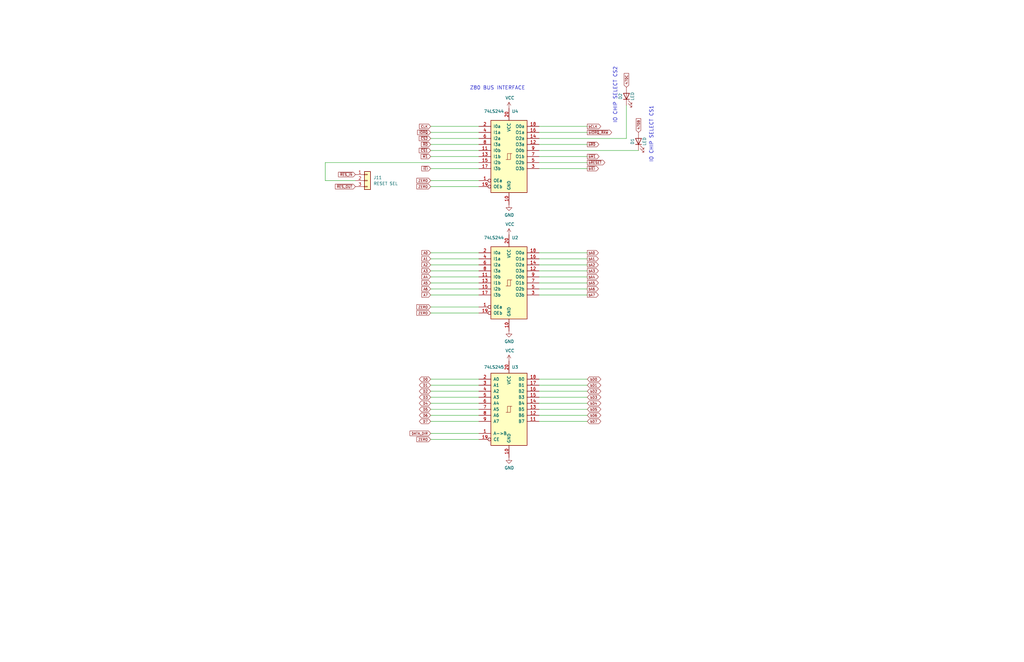
<source format=kicad_sch>
(kicad_sch (version 20211123) (generator eeschema)
  (paper "B")
  (lib_symbols
    (symbol "74xx:74LS244" (pin_names (offset 1.016))
      (property "Reference" "U" (at -7.62 16.51 0))
      (property "Value" "74LS244" (at -7.62 -16.51 0))
      (symbol "74LS244_1_0"
        (polyline (pts (xy -0.635 -1.27) (xy -0.635 1.27) (xy 0.635 1.27)))
        (polyline (pts (xy -1.27 -1.27) (xy 0.635 -1.27) (xy 0.635 1.27) (xy 1.27 1.27)))
        (pin input inverted (at -12.7 -10.16 0) (length 5.08) (name "OEa") (number "1"))
        (pin power_in line (at 0 -20.32 90) (length 5.08) (name "GND") (number "10"))
        (pin input line (at -12.7 2.54 0) (length 5.08) (name "I0b") (number "11"))
        (pin tri_state line (at 12.7 5.08 180) (length 5.08) (name "O3a") (number "12"))
        (pin input line (at -12.7 0 0) (length 5.08) (name "I1b") (number "13"))
        (pin tri_state line (at 12.7 7.62 180) (length 5.08) (name "O2a") (number "14"))
        (pin input line (at -12.7 -2.54 0) (length 5.08) (name "I2b") (number "15"))
        (pin tri_state line (at 12.7 10.16 180) (length 5.08) (name "O1a") (number "16"))
        (pin input line (at -12.7 -5.08 0) (length 5.08) (name "I3b") (number "17"))
        (pin tri_state line (at 12.7 12.7 180) (length 5.08) (name "O0a") (number "18"))
        (pin input inverted (at -12.7 -12.7 0) (length 5.08) (name "OEb") (number "19"))
        (pin input line (at -12.7 12.7 0) (length 5.08) (name "I0a") (number "2"))
        (pin power_in line (at 0 20.32 270) (length 5.08) (name "VCC") (number "20"))
        (pin tri_state line (at 12.7 -5.08 180) (length 5.08) (name "O3b") (number "3"))
        (pin input line (at -12.7 10.16 0) (length 5.08) (name "I1a") (number "4"))
        (pin tri_state line (at 12.7 -2.54 180) (length 5.08) (name "O2b") (number "5"))
        (pin input line (at -12.7 7.62 0) (length 5.08) (name "I2a") (number "6"))
        (pin tri_state line (at 12.7 0 180) (length 5.08) (name "O1b") (number "7"))
        (pin input line (at -12.7 5.08 0) (length 5.08) (name "I3a") (number "8"))
        (pin tri_state line (at 12.7 2.54 180) (length 5.08) (name "O0b") (number "9"))
      )
      (symbol "74LS244_1_1"
        (rectangle (start -7.62 15.24) (end 7.62 -15.24) (stroke (width 0.254)) (fill (type background)))
      )
    )
    (symbol "74xx:74LS245" (pin_names (offset 1.016))
      (property "Reference" "U" (at -7.62 16.51 0))
      (property "Value" "74LS245" (at -7.62 -16.51 0))
      (symbol "74LS245_1_0"
        (polyline (pts (xy -0.635 -1.27) (xy -0.635 1.27) (xy 0.635 1.27)))
        (polyline (pts (xy -1.27 -1.27) (xy 0.635 -1.27) (xy 0.635 1.27) (xy 1.27 1.27)))
        (pin input line (at -12.7 -10.16 0) (length 5.08) (name "A->B") (number "1"))
        (pin power_in line (at 0 -20.32 90) (length 5.08) (name "GND") (number "10"))
        (pin tri_state line (at 12.7 -5.08 180) (length 5.08) (name "B7") (number "11"))
        (pin tri_state line (at 12.7 -2.54 180) (length 5.08) (name "B6") (number "12"))
        (pin tri_state line (at 12.7 0 180) (length 5.08) (name "B5") (number "13"))
        (pin tri_state line (at 12.7 2.54 180) (length 5.08) (name "B4") (number "14"))
        (pin tri_state line (at 12.7 5.08 180) (length 5.08) (name "B3") (number "15"))
        (pin tri_state line (at 12.7 7.62 180) (length 5.08) (name "B2") (number "16"))
        (pin tri_state line (at 12.7 10.16 180) (length 5.08) (name "B1") (number "17"))
        (pin tri_state line (at 12.7 12.7 180) (length 5.08) (name "B0") (number "18"))
        (pin input inverted (at -12.7 -12.7 0) (length 5.08) (name "CE") (number "19"))
        (pin tri_state line (at -12.7 12.7 0) (length 5.08) (name "A0") (number "2"))
        (pin power_in line (at 0 20.32 270) (length 5.08) (name "VCC") (number "20"))
        (pin tri_state line (at -12.7 10.16 0) (length 5.08) (name "A1") (number "3"))
        (pin tri_state line (at -12.7 7.62 0) (length 5.08) (name "A2") (number "4"))
        (pin tri_state line (at -12.7 5.08 0) (length 5.08) (name "A3") (number "5"))
        (pin tri_state line (at -12.7 2.54 0) (length 5.08) (name "A4") (number "6"))
        (pin tri_state line (at -12.7 0 0) (length 5.08) (name "A5") (number "7"))
        (pin tri_state line (at -12.7 -2.54 0) (length 5.08) (name "A6") (number "8"))
        (pin tri_state line (at -12.7 -5.08 0) (length 5.08) (name "A7") (number "9"))
      )
      (symbol "74LS245_1_1"
        (rectangle (start -7.62 15.24) (end 7.62 -15.24) (stroke (width 0.254)) (fill (type background)))
      )
    )
    (symbol "Connector_Generic:Conn_01x03" (pin_names (offset 1.016) hide)
      (property "Reference" "J" (at 0 5.08 0))
      (property "Value" "Conn_01x03" (at 0 -5.08 0))
      (symbol "Conn_01x03_1_1"
        (rectangle (start -1.27 -2.413) (end 0 -2.667) (stroke (width 0.1524)))
        (rectangle (start -1.27 0.127) (end 0 -0.127) (stroke (width 0.1524)))
        (rectangle (start -1.27 2.667) (end 0 2.413) (stroke (width 0.1524)))
        (rectangle (start -1.27 3.81) (end 1.27 -3.81) (stroke (width 0.254)) (fill (type background)))
        (pin passive line (at -5.08 2.54 0) (length 3.81) (name "Pin_1") (number "1"))
        (pin passive line (at -5.08 0 0) (length 3.81) (name "Pin_2") (number "2"))
        (pin passive line (at -5.08 -2.54 0) (length 3.81) (name "Pin_3") (number "3"))
      )
    )
    (symbol "Device:LED" (pin_numbers hide) (pin_names (offset 1.016) hide)
      (property "Reference" "D" (at 0 2.54 0))
      (property "Value" "LED" (at 0 -2.54 0))
      (symbol "LED_0_1"
        (polyline (pts (xy -1.27 -1.27) (xy -1.27 1.27)) (stroke (width 0.254)))
        (polyline (pts (xy -1.27 0) (xy 1.27 0)))
        (polyline (pts (xy 1.27 -1.27) (xy 1.27 1.27) (xy -1.27 0) (xy 1.27 -1.27)) (stroke (width 0.254)))
        (polyline (pts (xy -3.048 -0.762) (xy -4.572 -2.286) (xy -3.81 -2.286) (xy -4.572 -2.286) (xy -4.572 -1.524)))
        (polyline (pts (xy -1.778 -0.762) (xy -3.302 -2.286) (xy -2.54 -2.286) (xy -3.302 -2.286) (xy -3.302 -1.524)))
      )
      (symbol "LED_1_1"
        (pin passive line (at -3.81 0 0) (length 2.54) (name "K") (number "1"))
        (pin passive line (at 3.81 0 180) (length 2.54) (name "A") (number "2"))
      )
    )
    (symbol "power:GND" (power) (pin_names (offset 0))
      (property "Value" "GND" (at 0 -3.81 0))
      (symbol "GND_0_1"
        (polyline (pts (xy 0 0) (xy 0 -1.27) (xy 1.27 -1.27) (xy 0 -2.54) (xy -1.27 -1.27) (xy 0 -1.27)))
      )
      (symbol "GND_1_1"
        (pin power_in line (at 0 0 270) (length 0) hide (name "GND") (number "1"))
      )
    )
    (symbol "power:VCC" (power) (pin_names (offset 0))
      (property "Value" "VCC" (at 0 3.81 0))
      (symbol "VCC_0_1"
        (polyline (pts (xy -0.762 1.27) (xy 0 2.54)))
        (polyline (pts (xy 0 0) (xy 0 2.54)))
        (polyline (pts (xy 0 2.54) (xy 0.762 1.27)))
      )
      (symbol "VCC_1_1"
        (pin power_in line (at 0 0 90) (length 0) hide (name "VCC") (number "1"))
      )
    )
  )
  (wire (pts (xy 181.61 60.96) (xy 201.93 60.96)))
  (wire (pts (xy 201.93 185.42) (xy 181.61 185.42)))
  (wire (pts (xy 181.61 124.46) (xy 201.93 124.46)))
  (wire (pts (xy 227.33 68.58) (xy 247.65 68.58)))
  (wire (pts (xy 137.16 68.58) (xy 137.16 76.2)))
  (wire (pts (xy 181.61 175.26) (xy 201.93 175.26)))
  (wire (pts (xy 227.33 119.38) (xy 247.65 119.38)))
  (wire (pts (xy 227.33 106.68) (xy 247.65 106.68)))
  (wire (pts (xy 227.33 71.12) (xy 247.65 71.12)))
  (wire (pts (xy 181.61 129.54) (xy 201.93 129.54)))
  (wire (pts (xy 264.16 58.42) (xy 264.16 44.45)))
  (wire (pts (xy 181.61 58.42) (xy 201.93 58.42)))
  (wire (pts (xy 227.33 177.8) (xy 247.65 177.8)))
  (wire (pts (xy 227.33 55.88) (xy 247.65 55.88)))
  (wire (pts (xy 181.61 78.74) (xy 201.93 78.74)))
  (wire (pts (xy 181.61 55.88) (xy 201.93 55.88)))
  (wire (pts (xy 181.61 167.64) (xy 201.93 167.64)))
  (wire (pts (xy 227.33 116.84) (xy 247.65 116.84)))
  (wire (pts (xy 227.33 63.5) (xy 269.24 63.5)))
  (wire (pts (xy 227.33 121.92) (xy 247.65 121.92)))
  (wire (pts (xy 137.16 68.58) (xy 201.93 68.58)))
  (wire (pts (xy 181.61 160.02) (xy 201.93 160.02)))
  (wire (pts (xy 181.61 71.12) (xy 201.93 71.12)))
  (wire (pts (xy 227.33 165.1) (xy 247.65 165.1)))
  (wire (pts (xy 181.61 119.38) (xy 201.93 119.38)))
  (wire (pts (xy 227.33 66.04) (xy 247.65 66.04)))
  (wire (pts (xy 227.33 172.72) (xy 247.65 172.72)))
  (wire (pts (xy 181.61 177.8) (xy 201.93 177.8)))
  (wire (pts (xy 227.33 124.46) (xy 247.65 124.46)))
  (wire (pts (xy 227.33 109.22) (xy 247.65 109.22)))
  (wire (pts (xy 181.61 121.92) (xy 201.93 121.92)))
  (wire (pts (xy 227.33 53.34) (xy 247.65 53.34)))
  (wire (pts (xy 227.33 160.02) (xy 247.65 160.02)))
  (wire (pts (xy 227.33 114.3) (xy 247.65 114.3)))
  (wire (pts (xy 181.61 66.04) (xy 201.93 66.04)))
  (wire (pts (xy 181.61 109.22) (xy 201.93 109.22)))
  (wire (pts (xy 181.61 162.56) (xy 201.93 162.56)))
  (wire (pts (xy 181.61 111.76) (xy 201.93 111.76)))
  (wire (pts (xy 137.16 76.2) (xy 149.86 76.2)))
  (wire (pts (xy 227.33 60.96) (xy 247.65 60.96)))
  (wire (pts (xy 227.33 175.26) (xy 247.65 175.26)))
  (wire (pts (xy 201.93 182.88) (xy 181.61 182.88)))
  (wire (pts (xy 227.33 58.42) (xy 264.16 58.42)))
  (wire (pts (xy 181.61 76.2) (xy 201.93 76.2)))
  (wire (pts (xy 181.61 170.18) (xy 201.93 170.18)))
  (wire (pts (xy 181.61 63.5) (xy 201.93 63.5)))
  (wire (pts (xy 181.61 172.72) (xy 201.93 172.72)))
  (wire (pts (xy 227.33 167.64) (xy 247.65 167.64)))
  (wire (pts (xy 227.33 162.56) (xy 247.65 162.56)))
  (wire (pts (xy 181.61 53.34) (xy 201.93 53.34)))
  (wire (pts (xy 227.33 170.18) (xy 247.65 170.18)))
  (wire (pts (xy 227.33 111.76) (xy 247.65 111.76)))
  (wire (pts (xy 181.61 114.3) (xy 201.93 114.3)))
  (wire (pts (xy 181.61 106.68) (xy 201.93 106.68)))
  (wire (pts (xy 181.61 165.1) (xy 201.93 165.1)))
  (wire (pts (xy 181.61 132.08) (xy 201.93 132.08)))
  (wire (pts (xy 181.61 116.84) (xy 201.93 116.84)))
  (text "IO CHIP SELECT CS1" (at 275.59 68.58 90) (effects (font (size 1.524 1.524)) (justify left bottom)))
  (text "Z80 BUS INTERFACE" (at 198.12 38.1 0) (effects (font (size 1.524 1.524)) (justify left bottom)))
  (text "IO CHIP SELECT CS2" (at 260.35 52.07 90) (effects (font (size 1.524 1.524)) (justify left bottom)))
  (global_label "D1" (shape bidirectional) (at 181.61 162.56 180) (effects (font (size 1.016 1.016))) (property "Intersheet References" "${INTERSHEET_REFS}" (effects hide)))
  (global_label "bA4" (shape output) (at 247.65 116.84 0) (effects (font (size 1.016 1.016))) (property "Intersheet References" "${INTERSHEET_REFS}" (effects hide)))
  (global_label "ZERO" (shape input) (at 181.61 129.54 180) (effects (font (size 1.016 1.016))) (property "Intersheet References" "${INTERSHEET_REFS}" (effects hide)))
  (global_label "bA0" (shape output) (at 247.65 106.68 0) (effects (font (size 1.016 1.016))) (property "Intersheet References" "${INTERSHEET_REFS}" (effects hide)))
  (global_label "bD3" (shape bidirectional) (at 247.65 167.64 0) (effects (font (size 1.016 1.016))) (property "Intersheet References" "${INTERSHEET_REFS}" (effects hide)))
  (global_label "bD7" (shape bidirectional) (at 247.65 177.8 0) (effects (font (size 1.016 1.016))) (property "Intersheet References" "${INTERSHEET_REFS}" (effects hide)))
  (global_label "bD5" (shape bidirectional) (at 247.65 172.72 0) (effects (font (size 1.016 1.016))) (property "Intersheet References" "${INTERSHEET_REFS}" (effects hide)))
  (global_label "A4" (shape input) (at 181.61 116.84 180) (effects (font (size 1.016 1.016))) (property "Intersheet References" "${INTERSHEET_REFS}" (effects hide)))
  (global_label "~{bRD}" (shape output) (at 247.65 60.96 0) (effects (font (size 1.016 1.016))) (property "Intersheet References" "${INTERSHEET_REFS}" (effects hide)))
  (global_label "A2" (shape input) (at 181.61 111.76 180) (effects (font (size 1.016 1.016))) (property "Intersheet References" "${INTERSHEET_REFS}" (effects hide)))
  (global_label "bA7" (shape output) (at 247.65 124.46 0) (effects (font (size 1.016 1.016))) (property "Intersheet References" "${INTERSHEET_REFS}" (effects hide)))
  (global_label "D4" (shape bidirectional) (at 181.61 170.18 180) (effects (font (size 1.016 1.016))) (property "Intersheet References" "${INTERSHEET_REFS}" (effects hide)))
  (global_label "D0" (shape bidirectional) (at 181.61 160.02 180) (effects (font (size 1.016 1.016))) (property "Intersheet References" "${INTERSHEET_REFS}" (effects hide)))
  (global_label "bA3" (shape output) (at 247.65 114.3 0) (effects (font (size 1.016 1.016))) (property "Intersheet References" "${INTERSHEET_REFS}" (effects hide)))
  (global_label "A1" (shape input) (at 181.61 109.22 180) (effects (font (size 1.016 1.016))) (property "Intersheet References" "${INTERSHEET_REFS}" (effects hide)))
  (global_label "bD2" (shape bidirectional) (at 247.65 165.1 0) (effects (font (size 1.016 1.016))) (property "Intersheet References" "${INTERSHEET_REFS}" (effects hide)))
  (global_label "~{IEI}" (shape input) (at 181.61 71.12 180) (effects (font (size 1.016 1.016))) (property "Intersheet References" "${INTERSHEET_REFS}" (effects hide)))
  (global_label "~{RES_IN}" (shape input) (at 149.86 73.66 180) (effects (font (size 1.016 1.016))) (property "Intersheet References" "${INTERSHEET_REFS}" (effects hide)))
  (global_label "A7" (shape input) (at 181.61 124.46 180) (effects (font (size 1.016 1.016))) (property "Intersheet References" "${INTERSHEET_REFS}" (effects hide)))
  (global_label "bA1" (shape output) (at 247.65 109.22 0) (effects (font (size 1.016 1.016))) (property "Intersheet References" "${INTERSHEET_REFS}" (effects hide)))
  (global_label "bA2" (shape output) (at 247.65 111.76 0) (effects (font (size 1.016 1.016))) (property "Intersheet References" "${INTERSHEET_REFS}" (effects hide)))
  (global_label "ZERO" (shape input) (at 181.61 76.2 180) (effects (font (size 1.016 1.016))) (property "Intersheet References" "${INTERSHEET_REFS}" (effects hide)))
  (global_label "470C" (shape input) (at 264.16 36.83 90) (effects (font (size 1.016 1.016))) (property "Intersheet References" "${INTERSHEET_REFS}" (effects hide)))
  (global_label "ZERO" (shape input) (at 181.61 185.42 180) (effects (font (size 1.016 1.016))) (property "Intersheet References" "${INTERSHEET_REFS}" (effects hide)))
  (global_label "~{bRESET}" (shape output) (at 247.65 68.58 0) (effects (font (size 1.016 1.016))) (property "Intersheet References" "${INTERSHEET_REFS}" (effects hide)))
  (global_label "ZERO" (shape input) (at 181.61 78.74 180) (effects (font (size 1.016 1.016))) (property "Intersheet References" "${INTERSHEET_REFS}" (effects hide)))
  (global_label "D7" (shape bidirectional) (at 181.61 177.8 180) (effects (font (size 1.016 1.016))) (property "Intersheet References" "${INTERSHEET_REFS}" (effects hide)))
  (global_label "DATA_DIR" (shape input) (at 181.61 182.88 180) (effects (font (size 1.016 1.016))) (property "Intersheet References" "${INTERSHEET_REFS}" (effects hide)))
  (global_label "A0" (shape input) (at 181.61 106.68 180) (effects (font (size 1.016 1.016))) (property "Intersheet References" "${INTERSHEET_REFS}" (effects hide)))
  (global_label "D3" (shape bidirectional) (at 181.61 167.64 180) (effects (font (size 1.016 1.016))) (property "Intersheet References" "${INTERSHEET_REFS}" (effects hide)))
  (global_label "~{RD}" (shape input) (at 181.61 60.96 180) (effects (font (size 1.016 1.016))) (property "Intersheet References" "${INTERSHEET_REFS}" (effects hide)))
  (global_label "~{RES_OUT}" (shape input) (at 149.86 78.74 180) (effects (font (size 1.016 1.016))) (property "Intersheet References" "${INTERSHEET_REFS}" (effects hide)))
  (global_label "470B" (shape input) (at 269.24 55.88 90) (effects (font (size 1.016 1.016))) (property "Intersheet References" "${INTERSHEET_REFS}" (effects hide)))
  (global_label "D2" (shape bidirectional) (at 181.61 165.1 180) (effects (font (size 1.016 1.016))) (property "Intersheet References" "${INTERSHEET_REFS}" (effects hide)))
  (global_label "~{bM1}" (shape output) (at 247.65 66.04 0) (effects (font (size 1.016 1.016))) (property "Intersheet References" "${INTERSHEET_REFS}" (effects hide)))
  (global_label "D5" (shape bidirectional) (at 181.61 172.72 180) (effects (font (size 1.016 1.016))) (property "Intersheet References" "${INTERSHEET_REFS}" (effects hide)))
  (global_label "A6" (shape input) (at 181.61 121.92 180) (effects (font (size 1.016 1.016))) (property "Intersheet References" "${INTERSHEET_REFS}" (effects hide)))
  (global_label "bCLK" (shape output) (at 247.65 53.34 0) (effects (font (size 1.016 1.016))) (property "Intersheet References" "${INTERSHEET_REFS}" (effects hide)))
  (global_label "~{M1}" (shape input) (at 181.61 66.04 180) (effects (font (size 1.016 1.016))) (property "Intersheet References" "${INTERSHEET_REFS}" (effects hide)))
  (global_label "CLK" (shape input) (at 181.61 53.34 180) (effects (font (size 1.016 1.016))) (property "Intersheet References" "${INTERSHEET_REFS}" (effects hide)))
  (global_label "bD6" (shape bidirectional) (at 247.65 175.26 0) (effects (font (size 1.016 1.016))) (property "Intersheet References" "${INTERSHEET_REFS}" (effects hide)))
  (global_label "bD0" (shape bidirectional) (at 247.65 160.02 0) (effects (font (size 1.016 1.016))) (property "Intersheet References" "${INTERSHEET_REFS}" (effects hide)))
  (global_label "~{CS2}" (shape input) (at 181.61 58.42 180) (effects (font (size 1.016 1.016))) (property "Intersheet References" "${INTERSHEET_REFS}" (effects hide)))
  (global_label "~{bIORQ_RAW}" (shape output) (at 247.65 55.88 0) (effects (font (size 1.016 1.016))) (property "Intersheet References" "${INTERSHEET_REFS}" (effects hide)))
  (global_label "bA5" (shape output) (at 247.65 119.38 0) (effects (font (size 1.016 1.016))) (property "Intersheet References" "${INTERSHEET_REFS}" (effects hide)))
  (global_label "A3" (shape input) (at 181.61 114.3 180) (effects (font (size 1.016 1.016))) (property "Intersheet References" "${INTERSHEET_REFS}" (effects hide)))
  (global_label "A5" (shape input) (at 181.61 119.38 180) (effects (font (size 1.016 1.016))) (property "Intersheet References" "${INTERSHEET_REFS}" (effects hide)))
  (global_label "~{bIEI}" (shape output) (at 247.65 71.12 0) (effects (font (size 1.016 1.016))) (property "Intersheet References" "${INTERSHEET_REFS}" (effects hide)))
  (global_label "~{CS1}" (shape input) (at 181.61 63.5 180) (effects (font (size 1.016 1.016))) (property "Intersheet References" "${INTERSHEET_REFS}" (effects hide)))
  (global_label "D6" (shape bidirectional) (at 181.61 175.26 180) (effects (font (size 1.016 1.016))) (property "Intersheet References" "${INTERSHEET_REFS}" (effects hide)))
  (global_label "~{IORQ}" (shape input) (at 181.61 55.88 180) (effects (font (size 1.016 1.016))) (property "Intersheet References" "${INTERSHEET_REFS}" (effects hide)))
  (global_label "bA6" (shape output) (at 247.65 121.92 0) (effects (font (size 1.016 1.016))) (property "Intersheet References" "${INTERSHEET_REFS}" (effects hide)))
  (global_label "ZERO" (shape input) (at 181.61 132.08 180) (effects (font (size 1.016 1.016))) (property "Intersheet References" "${INTERSHEET_REFS}" (effects hide)))
  (global_label "bD1" (shape bidirectional) (at 247.65 162.56 0) (effects (font (size 1.016 1.016))) (property "Intersheet References" "${INTERSHEET_REFS}" (effects hide)))
  (global_label "bD4" (shape bidirectional) (at 247.65 170.18 0) (effects (font (size 1.016 1.016))) (property "Intersheet References" "${INTERSHEET_REFS}" (effects hide)))
  (symbol (lib_id "Device:LED") (at 269.24 59.69 90) (unit 1)
    (property "Reference" "D1" (at 266.7 59.69 0))
    (property "Value" "LED" (at 271.78 59.69 0))
    (property "Footprint" "LED_THT:LED_D3.0mm_Horizontal_O3.81mm_Z2.0mm" (effects hide))
  )
  (symbol (lib_id "Device:LED") (at 264.16 40.64 90) (unit 1)
    (property "Reference" "D2" (at 261.62 40.64 0))
    (property "Value" "LED" (at 266.7 40.64 0))
    (property "Footprint" "LED_THT:LED_D3.0mm_Horizontal_O3.81mm_Z2.0mm" (effects hide))
  )
  (symbol (lib_id "74xx:74LS244") (at 214.63 66.04 0) (unit 1)
    (property "Reference" "U4" (at 217.17 46.99 0))
    (property "Value" "74LS244" (at 208.28 46.99 0))
    (property "Footprint" "Package_DIP:DIP-20_W7.62mm" (effects hide))
    (property "Datasheet" "http://www.ti.com/lit/ds/symlink/sn74ls244.pdf" (effects hide))
  )
  (symbol (lib_id "power:VCC") (at 214.63 45.72 0) (unit 1)
    (property "Reference" "#PWR0103" (effects hide))
    (property "Value" "VCC" (at 215.011 41.3258 0))
  )
  (symbol (lib_id "power:GND") (at 214.63 86.36 0) (unit 1)
    (property "Reference" "#PWR0104" (effects hide))
    (property "Value" "GND" (at 214.757 90.7542 0))
  )
  (symbol (lib_id "74xx:74LS244") (at 214.63 119.38 0) (unit 1)
    (property "Reference" "U2" (at 217.17 100.33 0))
    (property "Value" "74LS244" (at 208.28 100.33 0))
    (property "Footprint" "Package_DIP:DIP-20_W7.62mm" (effects hide))
    (property "Datasheet" "http://www.ti.com/lit/ds/symlink/sn74ls244.pdf" (effects hide))
  )
  (symbol (lib_id "power:VCC") (at 214.63 99.06 0) (unit 1)
    (property "Reference" "#PWR0107" (effects hide))
    (property "Value" "VCC" (at 215.011 94.6658 0))
  )
  (symbol (lib_id "power:GND") (at 214.63 139.7 0) (unit 1)
    (property "Reference" "#PWR0108" (effects hide))
    (property "Value" "GND" (at 214.757 144.0942 0))
  )
  (symbol (lib_id "74xx:74LS245") (at 214.63 172.72 0) (unit 1)
    (property "Reference" "U3" (at 217.17 154.94 0))
    (property "Value" "74LS245" (at 208.28 154.94 0))
    (property "Footprint" "Package_DIP:DIP-20_W7.62mm" (effects hide))
    (property "Datasheet" "http://www.ti.com/lit/gpn/sn74LS245" (effects hide))
  )
  (symbol (lib_id "power:VCC") (at 214.63 152.4 0) (unit 1)
    (property "Reference" "#PWR0112" (effects hide))
    (property "Value" "VCC" (at 215.011 148.0058 0))
  )
  (symbol (lib_id "power:GND") (at 214.63 193.04 0) (unit 1)
    (property "Reference" "#PWR0113" (effects hide))
    (property "Value" "GND" (at 214.757 197.4342 0))
  )
  (symbol (lib_id "Connector_Generic:Conn_01x03") (at 154.94 76.2 0) (unit 1)
    (property "Reference" "J11" (at 157.48 74.9299 0) (effects (justify left)))
    (property "Value" "RESET SEL" (at 157.48 77.4699 0) (effects (justify left)))
    (property "Footprint" "Connector_PinHeader_2.54mm:PinHeader_1x03_P2.54mm_Vertical" (effects hide))
  )
)
</source>
